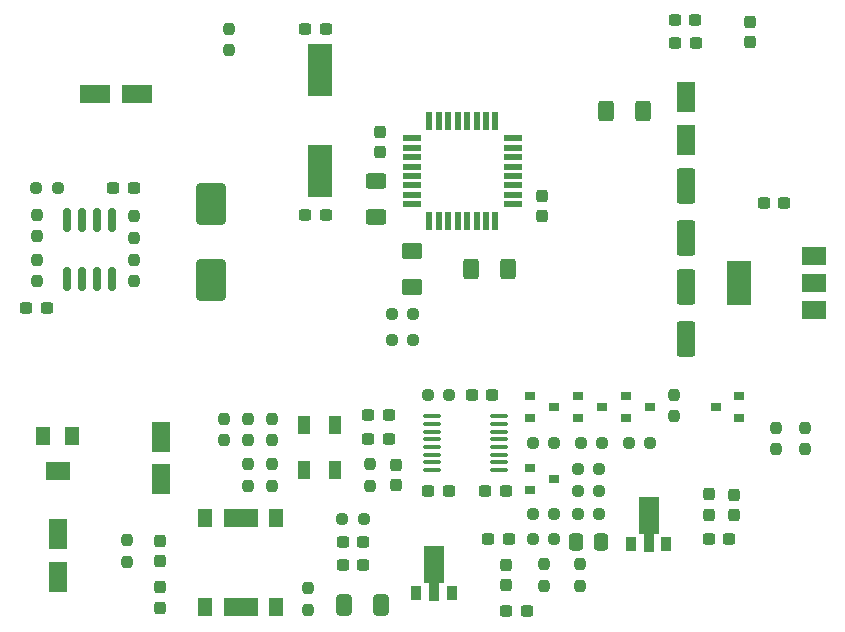
<source format=gbr>
%TF.GenerationSoftware,KiCad,Pcbnew,7.0.2*%
%TF.CreationDate,2023-08-02T15:39:13+02:00*%
%TF.ProjectId,ATV,4154562e-6b69-4636-9164-5f7063625858,1*%
%TF.SameCoordinates,Original*%
%TF.FileFunction,Paste,Top*%
%TF.FilePolarity,Positive*%
%FSLAX46Y46*%
G04 Gerber Fmt 4.6, Leading zero omitted, Abs format (unit mm)*
G04 Created by KiCad (PCBNEW 7.0.2) date 2023-08-02 15:39:13*
%MOMM*%
%LPD*%
G01*
G04 APERTURE LIST*
G04 Aperture macros list*
%AMRoundRect*
0 Rectangle with rounded corners*
0 $1 Rounding radius*
0 $2 $3 $4 $5 $6 $7 $8 $9 X,Y pos of 4 corners*
0 Add a 4 corners polygon primitive as box body*
4,1,4,$2,$3,$4,$5,$6,$7,$8,$9,$2,$3,0*
0 Add four circle primitives for the rounded corners*
1,1,$1+$1,$2,$3*
1,1,$1+$1,$4,$5*
1,1,$1+$1,$6,$7*
1,1,$1+$1,$8,$9*
0 Add four rect primitives between the rounded corners*
20,1,$1+$1,$2,$3,$4,$5,0*
20,1,$1+$1,$4,$5,$6,$7,0*
20,1,$1+$1,$6,$7,$8,$9,0*
20,1,$1+$1,$8,$9,$2,$3,0*%
%AMFreePoly0*
4,1,9,3.862500,-0.866500,0.737500,-0.866500,0.737500,-0.450000,-0.737500,-0.450000,-0.737500,0.450000,0.737500,0.450000,0.737500,0.866500,3.862500,0.866500,3.862500,-0.866500,3.862500,-0.866500,$1*%
G04 Aperture macros list end*
%ADD10RoundRect,0.237500X-0.237500X0.250000X-0.237500X-0.250000X0.237500X-0.250000X0.237500X0.250000X0*%
%ADD11RoundRect,0.237500X-0.250000X-0.237500X0.250000X-0.237500X0.250000X0.237500X-0.250000X0.237500X0*%
%ADD12R,1.000000X1.500000*%
%ADD13R,1.200000X1.600000*%
%ADD14R,3.000000X1.600000*%
%ADD15RoundRect,0.237500X-0.237500X0.300000X-0.237500X-0.300000X0.237500X-0.300000X0.237500X0.300000X0*%
%ADD16RoundRect,0.250000X0.550000X-1.050000X0.550000X1.050000X-0.550000X1.050000X-0.550000X-1.050000X0*%
%ADD17RoundRect,0.250000X-1.050000X-0.550000X1.050000X-0.550000X1.050000X0.550000X-1.050000X0.550000X0*%
%ADD18R,0.900000X0.800000*%
%ADD19R,1.300000X1.600000*%
%ADD20R,2.000000X1.600000*%
%ADD21RoundRect,0.237500X0.237500X-0.250000X0.237500X0.250000X-0.237500X0.250000X-0.237500X-0.250000X0*%
%ADD22RoundRect,0.250000X0.337500X0.475000X-0.337500X0.475000X-0.337500X-0.475000X0.337500X-0.475000X0*%
%ADD23RoundRect,0.249999X-0.400001X-0.625001X0.400001X-0.625001X0.400001X0.625001X-0.400001X0.625001X0*%
%ADD24R,2.000000X4.500000*%
%ADD25RoundRect,0.237500X0.300000X0.237500X-0.300000X0.237500X-0.300000X-0.237500X0.300000X-0.237500X0*%
%ADD26RoundRect,0.150000X-0.150000X0.825000X-0.150000X-0.825000X0.150000X-0.825000X0.150000X0.825000X0*%
%ADD27RoundRect,0.249999X0.400001X0.625001X-0.400001X0.625001X-0.400001X-0.625001X0.400001X-0.625001X0*%
%ADD28RoundRect,0.249999X-0.625001X0.400001X-0.625001X-0.400001X0.625001X-0.400001X0.625001X0.400001X0*%
%ADD29FreePoly0,90.000000*%
%ADD30R,0.900000X1.300000*%
%ADD31R,2.000000X1.500000*%
%ADD32R,2.000000X3.800000*%
%ADD33RoundRect,0.100000X-0.637500X-0.100000X0.637500X-0.100000X0.637500X0.100000X-0.637500X0.100000X0*%
%ADD34R,0.550000X1.600000*%
%ADD35R,1.600000X0.550000*%
%ADD36RoundRect,0.237500X0.250000X0.237500X-0.250000X0.237500X-0.250000X-0.237500X0.250000X-0.237500X0*%
%ADD37RoundRect,0.237500X-0.237500X0.287500X-0.237500X-0.287500X0.237500X-0.287500X0.237500X0.287500X0*%
%ADD38RoundRect,0.237500X0.237500X-0.287500X0.237500X0.287500X-0.237500X0.287500X-0.237500X-0.287500X0*%
%ADD39RoundRect,0.250000X0.625000X-0.462500X0.625000X0.462500X-0.625000X0.462500X-0.625000X-0.462500X0*%
%ADD40RoundRect,0.237500X0.237500X-0.300000X0.237500X0.300000X-0.237500X0.300000X-0.237500X-0.300000X0*%
%ADD41RoundRect,0.250000X-0.550000X1.250000X-0.550000X-1.250000X0.550000X-1.250000X0.550000X1.250000X0*%
%ADD42RoundRect,0.237500X-0.300000X-0.237500X0.300000X-0.237500X0.300000X0.237500X-0.300000X0.237500X0*%
%ADD43RoundRect,0.250000X-0.550000X1.050000X-0.550000X-1.050000X0.550000X-1.050000X0.550000X1.050000X0*%
%ADD44RoundRect,0.249997X0.412503X0.650003X-0.412503X0.650003X-0.412503X-0.650003X0.412503X-0.650003X0*%
%ADD45RoundRect,0.250000X1.000000X-1.500000X1.000000X1.500000X-1.000000X1.500000X-1.000000X-1.500000X0*%
G04 APERTURE END LIST*
D10*
%TO.C,R3*%
X91998800Y-149907000D03*
X91998800Y-148082000D03*
%TD*%
D11*
%TO.C,R22*%
X91463500Y-152704800D03*
X89638500Y-152704800D03*
%TD*%
D10*
%TO.C,R21*%
X83705700Y-149907000D03*
X83705700Y-148082000D03*
%TD*%
D12*
%TO.C,X1*%
X88992000Y-144780000D03*
X88992000Y-148580000D03*
X86392000Y-148580000D03*
X86392000Y-144780000D03*
%TD*%
D13*
%TO.C,X2*%
X84031000Y-160225000D03*
X78031000Y-160225000D03*
D14*
X81031000Y-160225000D03*
X81031000Y-152625000D03*
D13*
X78031000Y-152625000D03*
X84031000Y-152625000D03*
%TD*%
D15*
%TO.C,C6*%
X94183200Y-149857000D03*
X94183200Y-148132000D03*
%TD*%
D11*
%TO.C,R8*%
X95654500Y-137541000D03*
X93829500Y-137541000D03*
%TD*%
D16*
%TO.C,C14*%
X74295000Y-145774000D03*
X74295000Y-149374000D03*
%TD*%
%TO.C,C18*%
X65595500Y-154029000D03*
X65595500Y-157629000D03*
%TD*%
D17*
%TO.C,C11*%
X72285000Y-116713000D03*
X68685000Y-116713000D03*
%TD*%
D18*
%TO.C,Q1*%
X121237500Y-143256000D03*
X123237500Y-142306000D03*
X123237500Y-144206000D03*
%TD*%
D19*
%TO.C,RV1*%
X64282000Y-145743000D03*
D20*
X65532000Y-148643000D03*
D19*
X66782000Y-145743000D03*
%TD*%
D21*
%TO.C,R18*%
X81661000Y-148082000D03*
X81661000Y-149907000D03*
%TD*%
D22*
%TO.C,C28*%
X109452500Y-154686000D03*
X111527500Y-154686000D03*
%TD*%
D23*
%TO.C,R7*%
X103658000Y-131572000D03*
X100558000Y-131572000D03*
%TD*%
D24*
%TO.C,Y1*%
X87757000Y-123249000D03*
X87757000Y-114749000D03*
%TD*%
D21*
%TO.C,R34*%
X117729000Y-142216500D03*
X117729000Y-144041500D03*
%TD*%
D11*
%TO.C,R33*%
X111402500Y-150368000D03*
X109577500Y-150368000D03*
%TD*%
%TO.C,R32*%
X115720500Y-146304000D03*
X113895500Y-146304000D03*
%TD*%
%TO.C,R31*%
X107592500Y-146304000D03*
X105767500Y-146304000D03*
%TD*%
%TO.C,R30*%
X111402500Y-152273000D03*
X109577500Y-152273000D03*
%TD*%
%TO.C,R29*%
X111402500Y-148463000D03*
X109577500Y-148463000D03*
%TD*%
%TO.C,R28*%
X107592500Y-152273000D03*
X105767500Y-152273000D03*
%TD*%
%TO.C,R27*%
X111656500Y-146304000D03*
X109831500Y-146304000D03*
%TD*%
D10*
%TO.C,R20*%
X86741000Y-160424500D03*
X86741000Y-158599500D03*
%TD*%
%TO.C,R19*%
X71374000Y-156360500D03*
X71374000Y-154535500D03*
%TD*%
%TO.C,R12*%
X72009000Y-128928500D03*
X72009000Y-127103500D03*
%TD*%
D21*
%TO.C,R6*%
X80010000Y-111228500D03*
X80010000Y-113053500D03*
%TD*%
D18*
%TO.C,Q5*%
X115681000Y-143256000D03*
X113681000Y-144206000D03*
X113681000Y-142306000D03*
%TD*%
%TO.C,Q4*%
X107553000Y-143256000D03*
X105553000Y-144206000D03*
X105553000Y-142306000D03*
%TD*%
%TO.C,Q3*%
X107553000Y-149352000D03*
X105553000Y-150302000D03*
X105553000Y-148402000D03*
%TD*%
%TO.C,Q2*%
X111617000Y-143256000D03*
X109617000Y-144206000D03*
X109617000Y-142306000D03*
%TD*%
D15*
%TO.C,C20*%
X74168000Y-156310500D03*
X74168000Y-154585500D03*
%TD*%
D25*
%TO.C,C12*%
X70257500Y-124714000D03*
X71982500Y-124714000D03*
%TD*%
D26*
%TO.C,U3*%
X70104000Y-132396000D03*
X68834000Y-132396000D03*
X67564000Y-132396000D03*
X66294000Y-132396000D03*
X66294000Y-127446000D03*
X67564000Y-127446000D03*
X68834000Y-127446000D03*
X70104000Y-127446000D03*
%TD*%
D27*
%TO.C,R23*%
X111962600Y-118186200D03*
X115062600Y-118186200D03*
%TD*%
D28*
%TO.C,R5*%
X92506800Y-127203800D03*
X92506800Y-124103800D03*
%TD*%
D25*
%TO.C,C16*%
X117806300Y-110490000D03*
X119531300Y-110490000D03*
%TD*%
%TO.C,C15*%
X117831700Y-112395000D03*
X119556700Y-112395000D03*
%TD*%
D29*
%TO.C,U6*%
X115570000Y-154724500D03*
D30*
X117070000Y-154812000D03*
X114070000Y-154812000D03*
%TD*%
D31*
%TO.C,U7*%
X129540400Y-135040400D03*
X129540400Y-130440400D03*
X129540400Y-132740400D03*
D32*
X123240400Y-132740400D03*
%TD*%
D29*
%TO.C,U4*%
X97409000Y-158915500D03*
D30*
X98909000Y-159003000D03*
X95909000Y-159003000D03*
%TD*%
D33*
%TO.C,U2*%
X102938500Y-144029000D03*
X102938500Y-144679000D03*
X102938500Y-145329000D03*
X102938500Y-145979000D03*
X102938500Y-146629000D03*
X102938500Y-147279000D03*
X102938500Y-147929000D03*
X102938500Y-148579000D03*
X97213500Y-148579000D03*
X97213500Y-147929000D03*
X97213500Y-147279000D03*
X97213500Y-146629000D03*
X97213500Y-145979000D03*
X97213500Y-145329000D03*
X97213500Y-144679000D03*
X97213500Y-144029000D03*
%TD*%
D34*
%TO.C,U1*%
X96996600Y-119041600D03*
X97796600Y-119041600D03*
X98596600Y-119041600D03*
X99396600Y-119041600D03*
X100196600Y-119041600D03*
X100996600Y-119041600D03*
X101796600Y-119041600D03*
X102596600Y-119041600D03*
D35*
X104046600Y-120491600D03*
X104046600Y-121291600D03*
X104046600Y-122091600D03*
X104046600Y-122891600D03*
X104046600Y-123691600D03*
X104046600Y-124491600D03*
X104046600Y-125291600D03*
X104046600Y-126091600D03*
D34*
X102596600Y-127541600D03*
X101796600Y-127541600D03*
X100996600Y-127541600D03*
X100196600Y-127541600D03*
X99396600Y-127541600D03*
X98596600Y-127541600D03*
X97796600Y-127541600D03*
X96996600Y-127541600D03*
D35*
X95546600Y-126091600D03*
X95546600Y-125291600D03*
X95546600Y-124491600D03*
X95546600Y-123691600D03*
X95546600Y-122891600D03*
X95546600Y-122091600D03*
X95546600Y-121291600D03*
X95546600Y-120491600D03*
%TD*%
D10*
%TO.C,R26*%
X109728000Y-158392500D03*
X109728000Y-156567500D03*
%TD*%
D36*
%TO.C,R25*%
X105767500Y-154432000D03*
X107592500Y-154432000D03*
%TD*%
D21*
%TO.C,R24*%
X106680000Y-156567500D03*
X106680000Y-158392500D03*
%TD*%
%TO.C,R16*%
X79629000Y-144248500D03*
X79629000Y-146073500D03*
%TD*%
D10*
%TO.C,R15*%
X72009000Y-132611500D03*
X72009000Y-130786500D03*
%TD*%
%TO.C,R17*%
X126365000Y-146835500D03*
X126365000Y-145010500D03*
%TD*%
D11*
%TO.C,R13*%
X98702500Y-142240000D03*
X96877500Y-142240000D03*
%TD*%
D36*
%TO.C,R11*%
X63730500Y-124714000D03*
X65555500Y-124714000D03*
%TD*%
D21*
%TO.C,R10*%
X63754000Y-130786500D03*
X63754000Y-132611500D03*
%TD*%
%TO.C,R14*%
X128778000Y-145010500D03*
X128778000Y-146835500D03*
%TD*%
D10*
%TO.C,R9*%
X63754000Y-128801500D03*
X63754000Y-126976500D03*
%TD*%
D11*
%TO.C,R4*%
X95654500Y-135382000D03*
X93829500Y-135382000D03*
%TD*%
D10*
%TO.C,R2*%
X81661000Y-146073500D03*
X81661000Y-144248500D03*
%TD*%
D21*
%TO.C,R1*%
X83693000Y-144248500D03*
X83693000Y-146073500D03*
%TD*%
D37*
%TO.C,L2*%
X120650000Y-152386000D03*
X120650000Y-150636000D03*
%TD*%
D38*
%TO.C,L1*%
X103505000Y-156605000D03*
X103505000Y-158355000D03*
%TD*%
D39*
%TO.C,D1*%
X95504000Y-130084500D03*
X95504000Y-133059500D03*
%TD*%
D25*
%TO.C,C32*%
X120650000Y-154432000D03*
X122375000Y-154432000D03*
%TD*%
D40*
%TO.C,C30*%
X122809000Y-150675000D03*
X122809000Y-152400000D03*
%TD*%
D41*
%TO.C,C33*%
X118745000Y-137505800D03*
X118745000Y-133105800D03*
%TD*%
D25*
%TO.C,C31*%
X125299300Y-125984000D03*
X127024300Y-125984000D03*
%TD*%
D41*
%TO.C,C29*%
X118770400Y-128971400D03*
X118770400Y-124571400D03*
%TD*%
D25*
%TO.C,C26*%
X102007500Y-154432000D03*
X103732500Y-154432000D03*
%TD*%
D40*
%TO.C,C27*%
X124129800Y-110619200D03*
X124129800Y-112344200D03*
%TD*%
D42*
%TO.C,C24*%
X105256500Y-160528000D03*
X103531500Y-160528000D03*
%TD*%
D43*
%TO.C,C25*%
X118745000Y-120621200D03*
X118745000Y-117021200D03*
%TD*%
D42*
%TO.C,C22*%
X91413500Y-154686000D03*
X89688500Y-154686000D03*
%TD*%
D25*
%TO.C,C23*%
X89688500Y-156591000D03*
X91413500Y-156591000D03*
%TD*%
D44*
%TO.C,C21*%
X89750500Y-160020000D03*
X92875500Y-160020000D03*
%TD*%
D40*
%TO.C,C19*%
X74168000Y-158522500D03*
X74168000Y-160247500D03*
%TD*%
D45*
%TO.C,C17*%
X78486000Y-126036000D03*
X78486000Y-132536000D03*
%TD*%
D42*
%TO.C,C13*%
X64616500Y-134874000D03*
X62891500Y-134874000D03*
%TD*%
D25*
%TO.C,C10*%
X86513500Y-127000000D03*
X88238500Y-127000000D03*
%TD*%
%TO.C,C9*%
X86513500Y-111252000D03*
X88238500Y-111252000D03*
%TD*%
%TO.C,C8*%
X96927500Y-150368000D03*
X98652500Y-150368000D03*
%TD*%
D40*
%TO.C,C4*%
X106553000Y-125375500D03*
X106553000Y-127100500D03*
%TD*%
D25*
%TO.C,C7*%
X91847500Y-145923000D03*
X93572500Y-145923000D03*
%TD*%
D42*
%TO.C,C5*%
X103478500Y-150368000D03*
X101753500Y-150368000D03*
%TD*%
D40*
%TO.C,C2*%
X92837000Y-119941000D03*
X92837000Y-121666000D03*
%TD*%
D25*
%TO.C,C3*%
X100610500Y-142240000D03*
X102335500Y-142240000D03*
%TD*%
%TO.C,C1*%
X91847500Y-143891000D03*
X93572500Y-143891000D03*
%TD*%
M02*

</source>
